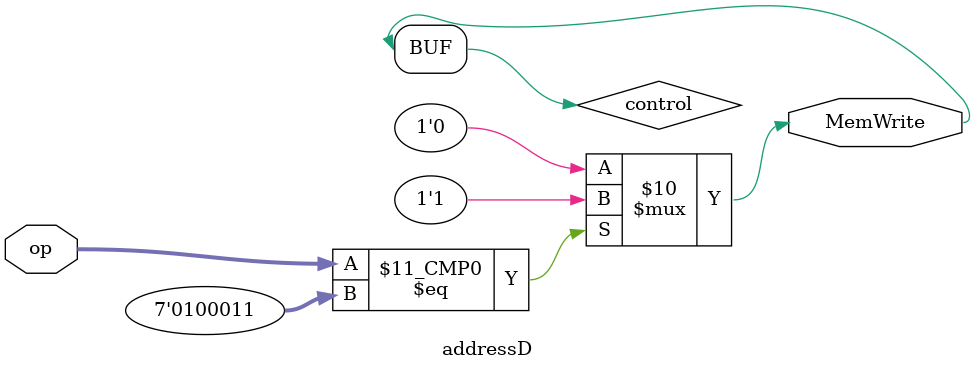
<source format=sv>
module addressD(
input logic [6:0] op,
output logic MemWrite
);

logic control;
assign MemWrite = control;
always_comb
case(op)

7'b0000011: control = 0; // lw
7'b0100011: control = 1; // sw
7'b0110011: control = 0; // R–type
7'b1100011: control = 0; // beq/bne
7'b0010011: control = 0; // I–type 
7'b1101111: control = 0; // jal
7'b1100111: control = 0; // jalr

7'b0000000: control = 0; // GCD
7'b1111111: control = 0; // LCM

default: control = 0; // ???
endcase

endmodule
</source>
